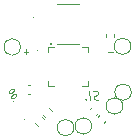
<source format=gbo>
G04 #@! TF.GenerationSoftware,KiCad,Pcbnew,(5.1.7)-1*
G04 #@! TF.CreationDate,2021-10-31T20:58:24-07:00*
G04 #@! TF.ProjectId,tiny_trollerV2,74696e79-5f74-4726-9f6c-6c657256322e,rev?*
G04 #@! TF.SameCoordinates,Original*
G04 #@! TF.FileFunction,Legend,Bot*
G04 #@! TF.FilePolarity,Positive*
%FSLAX46Y46*%
G04 Gerber Fmt 4.6, Leading zero omitted, Abs format (unit mm)*
G04 Created by KiCad (PCBNEW (5.1.7)-1) date 2021-10-31 20:58:24*
%MOMM*%
%LPD*%
G01*
G04 APERTURE LIST*
%ADD10C,0.100000*%
%ADD11C,0.120000*%
%ADD12C,0.050000*%
G04 APERTURE END LIST*
D10*
X165770937Y-107733571D02*
X165668258Y-107769285D01*
X165489687Y-107769285D01*
X165413794Y-107733571D01*
X165373616Y-107697857D01*
X165328973Y-107626428D01*
X165320044Y-107555000D01*
X165346830Y-107483571D01*
X165378080Y-107447857D01*
X165445044Y-107412142D01*
X165583437Y-107376428D01*
X165650401Y-107340714D01*
X165681651Y-107305000D01*
X165708437Y-107233571D01*
X165699508Y-107162142D01*
X165654866Y-107090714D01*
X165614687Y-107055000D01*
X165538794Y-107019285D01*
X165360223Y-107019285D01*
X165257544Y-107055000D01*
X165025401Y-107769285D02*
X164931651Y-107019285D01*
X164659330Y-107697857D02*
X164628080Y-107733571D01*
X164668258Y-107769285D01*
X164699508Y-107733571D01*
X164659330Y-107697857D01*
X164668258Y-107769285D01*
X158538876Y-107878797D02*
X158508493Y-107869978D01*
X158498234Y-107904316D01*
X158528618Y-107913136D01*
X158538876Y-107878797D01*
X158498234Y-107904316D01*
X158784102Y-107334260D02*
X158763977Y-107291103D01*
X158723531Y-107260705D01*
X158693148Y-107251886D01*
X158642444Y-107255827D01*
X158551098Y-107285287D01*
X158449493Y-107349085D01*
X158378271Y-107421703D01*
X158347692Y-107468801D01*
X158337433Y-107503139D01*
X158337237Y-107559056D01*
X158357362Y-107602214D01*
X158397807Y-107632612D01*
X158428191Y-107641431D01*
X158478895Y-107637490D01*
X158570241Y-107608030D01*
X158671846Y-107544232D01*
X158743067Y-107471614D01*
X158773647Y-107424516D01*
X158783906Y-107390178D01*
X158784102Y-107334260D01*
X158582855Y-106902685D02*
X158562730Y-106859528D01*
X158522285Y-106829130D01*
X158491901Y-106820311D01*
X158441197Y-106824252D01*
X158349851Y-106853712D01*
X158248246Y-106917510D01*
X158177025Y-106990127D01*
X158146445Y-107037226D01*
X158136186Y-107071564D01*
X158135990Y-107127481D01*
X158156115Y-107170639D01*
X158196560Y-107201037D01*
X158226944Y-107209856D01*
X158277648Y-107205915D01*
X158368994Y-107176455D01*
X158470599Y-107112657D01*
X158541821Y-107040039D01*
X158572400Y-106992941D01*
X158582659Y-106958603D01*
X158582855Y-106902685D01*
X159410423Y-103685185D02*
X159791376Y-103685185D01*
X159600900Y-103494709D02*
X159600900Y-103875661D01*
X166560523Y-103723285D02*
X166941476Y-103723285D01*
D11*
X159749664Y-107281300D02*
X159965336Y-107281300D01*
X159749664Y-106561300D02*
X159965336Y-106561300D01*
X167790000Y-108300000D02*
G75*
G03*
X167790000Y-108300000I-700000J0D01*
G01*
X160248969Y-100821900D02*
G75*
G03*
X160248969Y-100821900I-50000J0D01*
G01*
D10*
X159536600Y-109405900D02*
G75*
G03*
X159536600Y-109405900I-50000J0D01*
G01*
D11*
X165567718Y-109041399D02*
X165720221Y-108888896D01*
X165058601Y-108532282D02*
X165211104Y-108379779D01*
X159132500Y-103301800D02*
G75*
G03*
X159132500Y-103301800I-700000J0D01*
G01*
X161133941Y-109415540D02*
X160916660Y-109198259D01*
X160596540Y-109952941D02*
X160379259Y-109735660D01*
X168479700Y-103238300D02*
G75*
G03*
X168479700Y-103238300I-700000J0D01*
G01*
X161776617Y-108724716D02*
X161559336Y-108507435D01*
X161239216Y-109262117D02*
X161021935Y-109044836D01*
X167072900Y-102434336D02*
X167072900Y-102218664D01*
X166352900Y-102434336D02*
X166352900Y-102218664D01*
X161480500Y-103755759D02*
X161480500Y-103289100D01*
X161947159Y-106641900D02*
X161480500Y-106641900D01*
X164833300Y-106175241D02*
X164833300Y-106641900D01*
X164366641Y-103289100D02*
X164833300Y-103289100D01*
X161480500Y-103289100D02*
X161947159Y-103289100D01*
X161480500Y-106641900D02*
X161480500Y-106175241D01*
X164833300Y-106641900D02*
X164366641Y-106641900D01*
X164833300Y-103289100D02*
X164833300Y-103755759D01*
X160603400Y-103593700D02*
G75*
G03*
X160603400Y-103593700I-50000J0D01*
G01*
X162185296Y-99682300D02*
X164077704Y-99682300D01*
X164077704Y-103035100D02*
X162185296Y-103035100D01*
X163653700Y-110134400D02*
G75*
G03*
X163653700Y-110134400I-700000J0D01*
G01*
X165160000Y-109990000D02*
G75*
G03*
X165160000Y-109990000I-700000J0D01*
G01*
X168517800Y-107124500D02*
G75*
G03*
X168517800Y-107124500I-700000J0D01*
G01*
X166178896Y-109750221D02*
X166331399Y-109597718D01*
X165669779Y-109241104D02*
X165822282Y-109088601D01*
D12*
X161622995Y-103022400D02*
X161682519Y-103022400D01*
X161658709Y-102962876D02*
X161682519Y-103022400D01*
X161658709Y-103081923D01*
X161730138Y-102986685D02*
X161682519Y-103022400D01*
X161730138Y-103058114D01*
M02*

</source>
